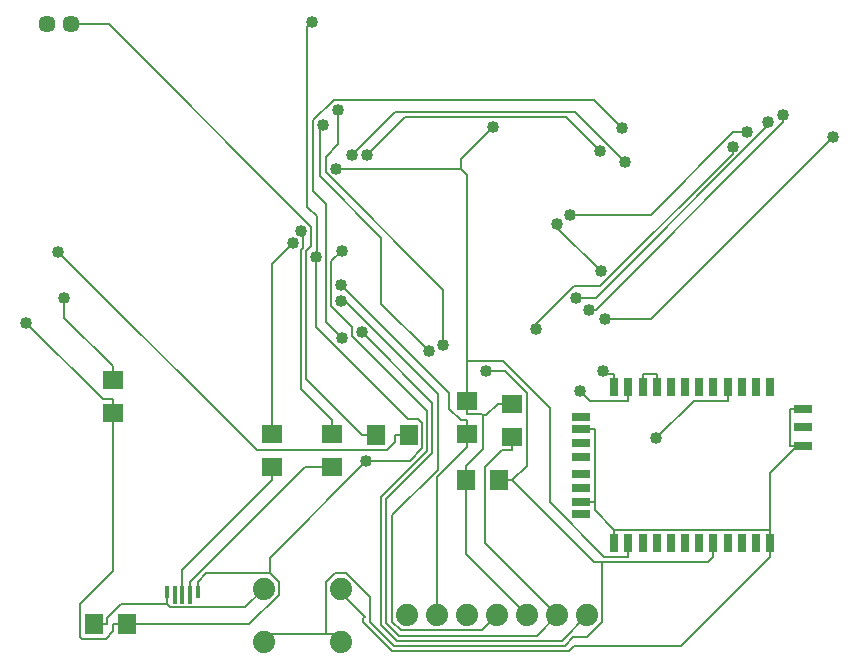
<source format=gbl>
G75*
G70*
%OFA0B0*%
%FSLAX24Y24*%
%IPPOS*%
%LPD*%
%AMOC8*
5,1,8,0,0,1.08239X$1,22.5*
%
%ADD10R,0.0138X0.0433*%
%ADD11R,0.0138X0.0591*%
%ADD12R,0.0630X0.0709*%
%ADD13R,0.0709X0.0630*%
%ADD14R,0.0315X0.0630*%
%ADD15R,0.0630X0.0315*%
%ADD16C,0.0570*%
%ADD17C,0.0740*%
%ADD18C,0.0080*%
%ADD19C,0.0400*%
D10*
X005589Y002469D03*
X006613Y002469D03*
D11*
X006357Y002391D03*
X006101Y002391D03*
X005845Y002391D03*
D12*
X004252Y001402D03*
X003150Y001402D03*
X012550Y007702D03*
X013652Y007702D03*
X015550Y006202D03*
X016652Y006202D03*
D13*
X017101Y007650D03*
X017101Y008753D03*
X015601Y008853D03*
X015601Y007750D03*
X011101Y007753D03*
X011101Y006650D03*
X009101Y006650D03*
X009101Y007753D03*
X003801Y008450D03*
X003801Y009553D03*
D14*
X020502Y009300D03*
X020975Y009300D03*
X021447Y009300D03*
X021920Y009300D03*
X022392Y009300D03*
X022865Y009300D03*
X023337Y009300D03*
X023809Y009300D03*
X024282Y009300D03*
X024754Y009300D03*
X025227Y009300D03*
X025699Y009300D03*
X025699Y004103D03*
X025227Y004103D03*
X024754Y004103D03*
X024282Y004103D03*
X023809Y004103D03*
X023337Y004103D03*
X022865Y004103D03*
X022392Y004103D03*
X021920Y004103D03*
X021447Y004103D03*
X020975Y004103D03*
X020502Y004103D03*
D15*
X019400Y005079D03*
X019400Y005481D03*
X019400Y005954D03*
X019400Y006426D03*
X019400Y006977D03*
X019400Y007450D03*
X019400Y007922D03*
X019400Y008324D03*
X026802Y008591D03*
X026802Y007961D03*
X026802Y007331D03*
D16*
X002394Y021402D03*
X001607Y021402D03*
D17*
X008821Y002592D03*
X008821Y000812D03*
X011381Y000812D03*
X011381Y002592D03*
X013601Y001702D03*
X014601Y001702D03*
X015601Y001702D03*
X016601Y001702D03*
X017601Y001702D03*
X018601Y001702D03*
X019601Y001702D03*
D18*
X002705Y002078D02*
X002705Y000967D01*
X002755Y000917D01*
X003545Y000917D01*
X003807Y001179D01*
X003807Y001402D01*
X004252Y001402D01*
X004697Y001402D01*
X008341Y001402D01*
X009327Y002387D01*
X009327Y002803D01*
X009019Y003111D01*
X009019Y003627D01*
X012240Y006848D01*
X013678Y006848D01*
X014097Y007267D01*
X014097Y008111D01*
X013951Y008258D01*
X013628Y008258D01*
X010560Y011326D01*
X010560Y013639D01*
X010596Y013675D01*
X010596Y014998D01*
X010273Y015321D01*
X010273Y021322D01*
X010413Y021463D01*
X011152Y018884D02*
X019815Y018884D01*
X020754Y017945D01*
X020014Y017171D02*
X018878Y018307D01*
X013524Y018307D01*
X012259Y017042D01*
X011763Y017042D02*
X013199Y018478D01*
X019193Y018478D01*
X020875Y016796D01*
X021733Y015058D02*
X019029Y015058D01*
X018610Y014734D02*
X018610Y014618D01*
X020065Y013164D01*
X020030Y012663D02*
X019146Y012663D01*
X017890Y011407D01*
X017890Y011249D01*
X019234Y012271D02*
X019879Y012271D01*
X025641Y018033D01*
X025641Y018128D01*
X026135Y018136D02*
X026135Y018370D01*
X026135Y018136D02*
X019889Y011890D01*
X019664Y011890D01*
X020182Y011582D02*
X021721Y011582D01*
X027779Y017641D01*
X024918Y017798D02*
X024472Y017798D01*
X021733Y015058D01*
X020030Y012663D02*
X024459Y017091D01*
X024459Y017317D01*
X016455Y017964D02*
X015389Y016898D01*
X015389Y016587D01*
X011229Y016587D01*
X010888Y016461D02*
X010888Y016984D01*
X011300Y017395D01*
X011300Y018554D01*
X011152Y018884D02*
X010465Y018197D01*
X010465Y015846D01*
X010890Y015421D01*
X010890Y011469D01*
X011427Y010931D01*
X011759Y011010D02*
X011759Y011307D01*
X011072Y011994D01*
X011072Y013507D01*
X011411Y013846D01*
X010396Y013994D02*
X010230Y013828D01*
X010230Y009577D01*
X012105Y007702D01*
X012550Y007702D01*
X012937Y007209D02*
X008579Y007209D01*
X001970Y013818D01*
X002173Y012284D02*
X002173Y011625D01*
X003801Y009998D01*
X003801Y009553D01*
X003801Y008895D02*
X003471Y008895D01*
X000909Y011458D01*
X003801Y008895D02*
X003801Y008673D01*
X003801Y008450D01*
X003801Y003174D01*
X002705Y002078D01*
X003150Y001402D02*
X003595Y001402D01*
X003595Y001624D01*
X004049Y002078D01*
X005589Y002078D01*
X005702Y001965D01*
X008194Y001965D01*
X008821Y002592D01*
X009019Y003111D02*
X006908Y003111D01*
X006613Y002816D01*
X006613Y002469D01*
X006357Y002391D02*
X006357Y002816D01*
X010191Y006650D01*
X011101Y006650D01*
X011101Y007753D02*
X011101Y008198D01*
X010046Y009253D01*
X010046Y013885D01*
X010120Y013959D01*
X010120Y014459D01*
X010066Y014514D01*
X010396Y014650D02*
X010396Y013994D01*
X009790Y014096D02*
X009101Y013407D01*
X009101Y008198D01*
X009101Y007753D01*
X009101Y006650D02*
X009101Y006205D01*
X006101Y003205D01*
X006101Y002391D01*
X005589Y002469D02*
X005589Y002078D01*
X008821Y000812D02*
X009071Y001062D01*
X010880Y001062D01*
X010880Y002801D01*
X011185Y003107D01*
X011576Y003107D01*
X012365Y002318D01*
X012365Y001472D01*
X013160Y000676D01*
X018844Y000676D01*
X019131Y000964D01*
X019591Y000964D01*
X020104Y001477D01*
X020104Y003477D01*
X023628Y003477D01*
X023809Y003658D01*
X023809Y004103D01*
X025699Y004103D02*
X025699Y003658D01*
X022717Y000676D01*
X019169Y000676D01*
X018999Y000506D01*
X013090Y000506D01*
X012990Y000606D01*
X012990Y000606D01*
X012135Y001461D01*
X012135Y001602D01*
X012185Y001652D01*
X011381Y002456D01*
X011381Y002592D01*
X012739Y001370D02*
X012739Y005643D01*
X014267Y007171D01*
X014267Y008501D01*
X011759Y011010D01*
X012089Y011146D02*
X014443Y008792D01*
X014443Y007101D01*
X012909Y005566D01*
X012909Y001440D01*
X013323Y001026D01*
X017925Y001026D01*
X018601Y001702D01*
X016207Y004095D01*
X016207Y006645D01*
X016767Y007205D01*
X017101Y007205D01*
X017101Y007650D01*
X016114Y007250D02*
X016114Y008371D01*
X016235Y008371D01*
X016616Y008753D01*
X017101Y008753D01*
X017585Y009122D02*
X016870Y009837D01*
X016212Y009837D01*
X016780Y010176D02*
X015601Y010176D01*
X015601Y016375D01*
X015389Y016587D01*
X012742Y014291D02*
X012742Y012079D01*
X014311Y010510D01*
X014798Y010724D02*
X014798Y012552D01*
X010888Y016461D01*
X010702Y016331D02*
X012742Y014291D01*
X011409Y012698D02*
X015007Y009099D01*
X015007Y008580D01*
X015392Y008195D01*
X015601Y008195D01*
X015601Y007750D01*
X015601Y007713D01*
X015601Y007305D01*
X014601Y006305D01*
X014601Y001702D01*
X013393Y001196D02*
X013100Y001489D01*
X013100Y005045D01*
X014613Y006558D01*
X014613Y009089D01*
X011527Y012175D01*
X011402Y012175D01*
X010396Y014650D02*
X003645Y021402D01*
X002394Y021402D01*
X010702Y017938D02*
X010702Y016331D01*
X010702Y017938D02*
X010795Y018031D01*
X015601Y010176D02*
X015601Y009298D01*
X015601Y008853D01*
X015601Y008408D01*
X016077Y008408D01*
X016114Y008371D01*
X016114Y007250D02*
X015550Y006686D01*
X015550Y006202D01*
X015550Y003753D01*
X017601Y001702D01*
X016601Y001702D02*
X016095Y001196D01*
X013393Y001196D01*
X013253Y000856D02*
X012739Y001370D01*
X013253Y000856D02*
X018755Y000856D01*
X019601Y001702D01*
X019822Y003477D02*
X017097Y006202D01*
X016652Y006202D01*
X017097Y006202D02*
X017585Y006690D01*
X017585Y009122D01*
X018356Y008600D02*
X018356Y005462D01*
X020161Y003658D01*
X020975Y003658D01*
X020975Y004103D01*
X020502Y004103D02*
X020502Y004548D01*
X025699Y004548D01*
X025699Y004326D01*
X025699Y004103D01*
X025699Y004548D02*
X025699Y006452D01*
X026579Y007331D01*
X026802Y007331D01*
X026579Y007331D02*
X026357Y007331D01*
X026357Y008591D01*
X026802Y008591D01*
X024282Y008855D02*
X023160Y008855D01*
X021899Y007595D01*
X020975Y008855D02*
X019678Y008855D01*
X019357Y009175D01*
X020123Y009847D02*
X020225Y009745D01*
X020502Y009745D01*
X020502Y009300D01*
X020975Y009300D02*
X020975Y008855D01*
X021447Y009300D02*
X021447Y009745D01*
X021920Y009745D01*
X021920Y009300D01*
X019845Y007922D02*
X019845Y005481D01*
X019845Y005206D01*
X020502Y004548D01*
X019845Y005481D02*
X019400Y005481D01*
X019822Y003477D02*
X020104Y003477D01*
X019845Y007922D02*
X019400Y007922D01*
X018356Y008600D02*
X016780Y010176D01*
X013652Y007702D02*
X013207Y007702D01*
X013207Y007479D01*
X012937Y007209D01*
X011130Y001062D02*
X010880Y001062D01*
X011130Y001062D02*
X011381Y000812D01*
X024282Y008855D02*
X024282Y009300D01*
D19*
X021899Y007595D03*
X019357Y009175D03*
X020123Y009847D03*
X020182Y011582D03*
X019664Y011890D03*
X019234Y012271D03*
X020065Y013164D03*
X018610Y014734D03*
X019029Y015058D03*
X020875Y016796D03*
X020014Y017171D03*
X020754Y017945D03*
X024459Y017317D03*
X024918Y017798D03*
X025641Y018128D03*
X026135Y018370D03*
X027779Y017641D03*
X017890Y011249D03*
X016212Y009837D03*
X014798Y010724D03*
X014311Y010510D03*
X012089Y011146D03*
X011427Y010931D03*
X011402Y012175D03*
X011409Y012698D03*
X011411Y013846D03*
X010560Y013639D03*
X009790Y014096D03*
X010066Y014514D03*
X011229Y016587D03*
X011763Y017042D03*
X012259Y017042D03*
X010795Y018031D03*
X011300Y018554D03*
X010413Y021463D03*
X016455Y017964D03*
X012240Y006848D03*
X002173Y012284D03*
X000909Y011458D03*
X001970Y013818D03*
M02*

</source>
